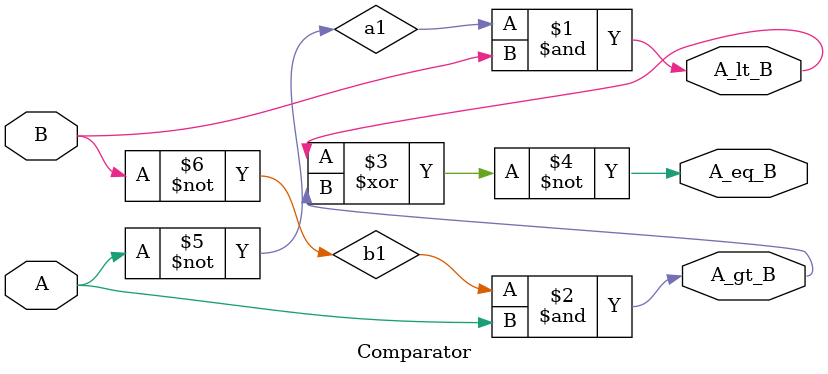
<source format=v>
`timescale 1ns / 1ps


module Comparator(A_gt_B, A_lt_B, A_eq_B, A, B);

// Dimensions and Sizes
input A, B;
output A_gt_B, A_lt_B, A_eq_B;

// wires
wire a1, b1;

//logic description
not not1(a1, A);
not not2(b1, B);
and and1(A_lt_B, a1, B);
and and2(A_gt_B, b1, A);
xnor xnor1(A_eq_B, A_lt_B, A_gt_B);

endmodule

</source>
